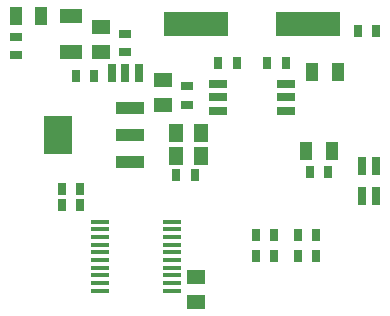
<source format=gtp>
G04 Layer_Color=8421504*
%FSLAX44Y44*%
%MOMM*%
G71*
G01*
G75*
%ADD10R,0.7500X1.0000*%
%ADD11R,5.5000X2.0000*%
%ADD12R,2.3500X3.3000*%
%ADD13R,2.3500X1.0000*%
%ADD14R,1.6000X0.3500*%
%ADD15R,1.1100X1.5400*%
%ADD16R,0.8000X1.5000*%
%ADD17R,1.5000X0.8000*%
%ADD18R,0.8000X1.0500*%
%ADD19R,1.0500X0.8000*%
%ADD20R,1.5500X1.1500*%
%ADD21R,1.8500X1.2000*%
%ADD22R,1.1500X1.5500*%
%ADD23R,1.0000X1.5000*%
D10*
X340230Y241300D02*
D03*
X355730D02*
D03*
X299590Y121920D02*
D03*
X315090D02*
D03*
X254000Y50800D02*
D03*
X269500D02*
D03*
X304800D02*
D03*
X289300D02*
D03*
X304800Y68580D02*
D03*
X289300D02*
D03*
X254000D02*
D03*
X269500D02*
D03*
X90040Y107950D02*
D03*
X105540D02*
D03*
D11*
X298200Y247650D02*
D03*
X203200D02*
D03*
D12*
X86590Y153670D02*
D03*
D13*
X147090Y176670D02*
D03*
Y153670D02*
D03*
Y130670D02*
D03*
D14*
X121900Y80050D02*
D03*
Y73550D02*
D03*
Y67050D02*
D03*
Y60550D02*
D03*
Y54050D02*
D03*
Y47550D02*
D03*
Y41050D02*
D03*
Y34550D02*
D03*
Y28050D02*
D03*
Y21550D02*
D03*
X182900Y80050D02*
D03*
Y73550D02*
D03*
Y67050D02*
D03*
Y60550D02*
D03*
Y54050D02*
D03*
Y47550D02*
D03*
Y41050D02*
D03*
Y34550D02*
D03*
Y28050D02*
D03*
Y21550D02*
D03*
D15*
X50800Y254000D02*
D03*
X72300D02*
D03*
D16*
X132080Y205740D02*
D03*
X143510D02*
D03*
X154940D02*
D03*
X344170Y101600D02*
D03*
X355600D02*
D03*
X344170Y127000D02*
D03*
X355600D02*
D03*
D17*
X279150Y173990D02*
D03*
Y185420D02*
D03*
Y196850D02*
D03*
X222250Y173990D02*
D03*
Y185420D02*
D03*
Y196850D02*
D03*
D18*
X101340Y203490D02*
D03*
X116840D02*
D03*
X202190Y119380D02*
D03*
X186690D02*
D03*
X263650Y214630D02*
D03*
X279150D02*
D03*
X237750D02*
D03*
X222250D02*
D03*
X105410Y93980D02*
D03*
X89910D02*
D03*
D19*
X195580Y194570D02*
D03*
Y179070D02*
D03*
X143510Y239000D02*
D03*
Y223500D02*
D03*
X50800Y220850D02*
D03*
Y236350D02*
D03*
D20*
X175260Y179070D02*
D03*
Y200070D02*
D03*
X123190Y223500D02*
D03*
Y244500D02*
D03*
X203200Y33360D02*
D03*
Y12360D02*
D03*
D21*
X97700Y254000D02*
D03*
Y223500D02*
D03*
D22*
X186690Y135890D02*
D03*
X207690D02*
D03*
X186690Y154940D02*
D03*
X207690D02*
D03*
D23*
X301170Y207010D02*
D03*
X323670D02*
D03*
X318590Y139700D02*
D03*
X296090D02*
D03*
M02*

</source>
